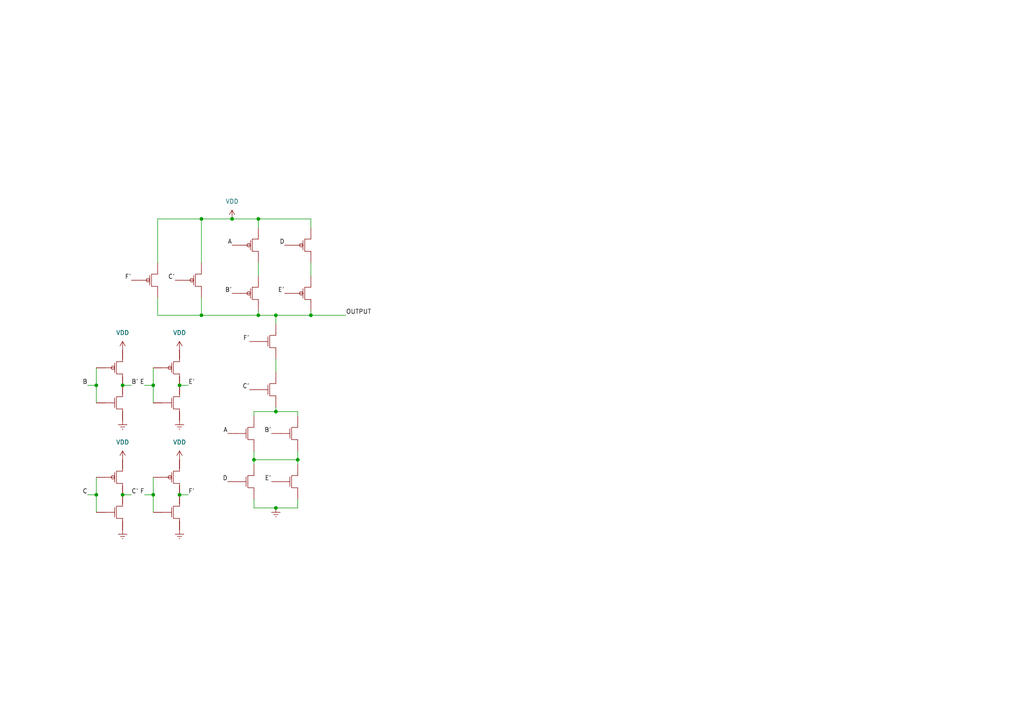
<source format=kicad_sch>
(kicad_sch (version 20230121) (generator eeschema)
  (paper "A4")
  (lib_symbols
    (symbol "legacy_logic:NMOS" (pin_names (offset 0) hide)
      (symbol "NMOS_0_1"
        (polyline (pts (xy 0.254 0) (xy -2.54 0)))
        (polyline (pts (xy 0.254 1.397) (xy 0.254 -1.397)))
        (polyline (pts (xy 2.54 -2.54) (xy 2.54 -1.778)))
        (polyline (pts (xy 2.54 2.54) (xy 2.54 1.778)))
        (polyline (pts (xy 2.54 -1.778) (xy 0.762 -1.778) (xy 0.762 1.778) (xy 2.54 1.778)))
      )
      (symbol "NMOS_1_1"
        (pin passive line (at 2.54 5.08 270) (length 2.54) (name "D") (number ""))
        (pin input line (at -5.08 0 0) (length 2.54) (name "G") (number ""))
        (pin passive line (at 2.54 -5.08 90) (length 2.54) (name "S") (number ""))
      )
    )
    (symbol "legacy_logic:PMOS" (pin_names (offset 0) hide)
      (symbol "PMOS_0_1"
        (circle (center -0.254 0) (radius 0.508))
        (polyline (pts (xy 0.254 0) (xy -2.54 0)))
        (polyline (pts (xy 0.254 1.397) (xy 0.254 -1.397)))
        (polyline (pts (xy 2.54 -2.54) (xy 2.54 -1.778)))
        (polyline (pts (xy 2.54 2.54) (xy 2.54 1.778)))
        (polyline (pts (xy 2.54 -1.778) (xy 0.762 -1.778) (xy 0.762 1.778) (xy 2.54 1.778)))
      )
      (symbol "PMOS_1_1"
        (pin passive line (at 2.54 5.08 270) (length 2.54) (name "D") (number ""))
        (pin input line (at -5.08 0 0) (length 2.54) (name "G") (number ""))
        (pin passive line (at 2.54 -5.08 90) (length 2.54) (name "S") (number ""))
      )
    )
    (symbol "power:Earth" (power) (pin_names (offset 0))
      (symbol "Earth_0_1"
        (polyline (pts (xy -0.635 -1.905) (xy 0.635 -1.905)))
        (polyline (pts (xy -0.127 -2.54) (xy 0.127 -2.54)))
        (polyline (pts (xy 0 -1.27) (xy 0 0)))
        (polyline (pts (xy 1.27 -1.27) (xy -1.27 -1.27)))
      )
      (symbol "Earth_1_1"
        (pin power_in line (at 0 0 270) (length 0) hide (name "Earth") (number "1"))
      )
    )
    (symbol "power:VDD" (power) (pin_names (offset 0))
      (property "Value" "VDD" (at 0 3.81 0))
      (symbol "VDD_0_1"
        (polyline (pts (xy -0.762 1.27) (xy 0 2.54)))
        (polyline (pts (xy 0 0) (xy 0 2.54)))
        (polyline (pts (xy 0 2.54) (xy 0.762 1.27)))
      )
      (symbol "VDD_1_1"
        (pin power_in line (at 0 0 90) (length 0) hide (name "VDD") (number "1"))
      )
    )
  )
  (junction (at 74.93 91.44))
  (junction (at 80.01 91.44))
  (junction (at 35.56 143.51))
  (junction (at 44.45 143.51))
  (junction (at 58.42 91.44))
  (junction (at 44.45 111.76))
  (junction (at 52.07 143.51))
  (junction (at 74.93 63.5))
  (junction (at 90.17 91.44))
  (junction (at 52.07 111.76))
  (junction (at 27.94 143.51))
  (junction (at 35.56 111.76))
  (junction (at 58.42 63.5))
  (junction (at 73.66 133.35))
  (junction (at 27.94 111.76))
  (junction (at 80.01 119.38))
  (junction (at 67.31 63.5))
  (junction (at 86.36 133.35))
  (junction (at 80.01 147.32))
  (wire (pts (xy 74.93 63.5) (xy 90.17 63.5)))
  (wire (pts (xy 44.45 111.76) (xy 44.45 116.84)))
  (wire (pts (xy 35.56 143.51) (xy 38.1 143.51)))
  (wire (pts (xy 90.17 63.5) (xy 90.17 66.04)))
  (wire (pts (xy 80.01 104.14) (xy 80.01 107.95)))
  (wire (pts (xy 73.66 120.65) (xy 73.66 119.38)))
  (wire (pts (xy 73.66 119.38) (xy 80.01 119.38)))
  (wire (pts (xy 58.42 86.36) (xy 58.42 91.44)))
  (wire (pts (xy 73.66 147.32) (xy 80.01 147.32)))
  (wire (pts (xy 74.93 91.44) (xy 80.01 91.44)))
  (wire (pts (xy 86.36 130.81) (xy 86.36 133.35)))
  (wire (pts (xy 90.17 76.2) (xy 90.17 80.01)))
  (wire (pts (xy 90.17 91.44) (xy 90.17 90.17)))
  (wire (pts (xy 58.42 63.5) (xy 58.42 76.2)))
  (wire (pts (xy 44.45 138.43) (xy 44.45 143.51)))
  (wire (pts (xy 80.01 147.32) (xy 86.36 147.32)))
  (wire (pts (xy 35.56 111.76) (xy 38.1 111.76)))
  (wire (pts (xy 86.36 147.32) (xy 86.36 144.78)))
  (wire (pts (xy 27.94 106.68) (xy 27.94 111.76)))
  (wire (pts (xy 45.72 91.44) (xy 58.42 91.44)))
  (wire (pts (xy 45.72 63.5) (xy 58.42 63.5)))
  (wire (pts (xy 25.4 143.51) (xy 27.94 143.51)))
  (wire (pts (xy 74.93 63.5) (xy 74.93 66.04)))
  (wire (pts (xy 58.42 63.5) (xy 67.31 63.5)))
  (wire (pts (xy 74.93 90.17) (xy 74.93 91.44)))
  (wire (pts (xy 25.4 111.76) (xy 27.94 111.76)))
  (wire (pts (xy 73.66 133.35) (xy 73.66 134.62)))
  (wire (pts (xy 86.36 119.38) (xy 86.36 120.65)))
  (wire (pts (xy 80.01 118.11) (xy 80.01 119.38)))
  (wire (pts (xy 45.72 86.36) (xy 45.72 91.44)))
  (wire (pts (xy 67.31 63.5) (xy 74.93 63.5)))
  (wire (pts (xy 73.66 130.81) (xy 73.66 133.35)))
  (wire (pts (xy 73.66 133.35) (xy 86.36 133.35)))
  (wire (pts (xy 80.01 119.38) (xy 86.36 119.38)))
  (wire (pts (xy 58.42 91.44) (xy 74.93 91.44)))
  (wire (pts (xy 52.07 143.51) (xy 54.61 143.51)))
  (wire (pts (xy 44.45 106.68) (xy 44.45 111.76)))
  (wire (pts (xy 80.01 91.44) (xy 90.17 91.44)))
  (wire (pts (xy 41.91 111.76) (xy 44.45 111.76)))
  (wire (pts (xy 90.17 91.44) (xy 100.33 91.44)))
  (wire (pts (xy 44.45 143.51) (xy 44.45 148.59)))
  (wire (pts (xy 80.01 91.44) (xy 80.01 93.98)))
  (wire (pts (xy 74.93 76.2) (xy 74.93 80.01)))
  (wire (pts (xy 27.94 111.76) (xy 27.94 116.84)))
  (wire (pts (xy 41.91 143.51) (xy 44.45 143.51)))
  (wire (pts (xy 86.36 133.35) (xy 86.36 134.62)))
  (wire (pts (xy 73.66 144.78) (xy 73.66 147.32)))
  (wire (pts (xy 27.94 143.51) (xy 27.94 148.59)))
  (wire (pts (xy 52.07 111.76) (xy 54.61 111.76)))
  (wire (pts (xy 27.94 138.43) (xy 27.94 143.51)))
  (wire (pts (xy 45.72 76.2) (xy 45.72 63.5)))
  (label "E'" (at 78.74 139.7 180))
  (label "C'" (at 38.1 143.51 0))
  (label "D" (at 82.55 71.12 180))
  (label "F'" (at 38.1 81.28 180))
  (label "C" (at 25.4 143.51 180))
  (label "C'" (at 72.39 113.03 180))
  (label "E'" (at 82.55 85.09 180))
  (label "OUTPUT" (at 100.33 91.44 0))
  (label "D" (at 66.04 139.7 180))
  (label "F" (at 41.91 143.51 180))
  (label "E'" (at 54.61 111.76 0))
  (label "B'" (at 78.74 125.73 180))
  (label "F'" (at 54.61 143.51 0))
  (label "A" (at 67.31 71.12 180))
  (label "B'" (at 67.31 85.09 180))
  (label "C'" (at 50.8 81.28 180))
  (label "B'" (at 38.1 111.76 0))
  (label "A" (at 66.04 125.73 180))
  (label "B" (at 25.4 111.76 180))
  (label "F'" (at 72.39 99.06 180))
  (label "E" (at 41.91 111.76 180))
  (symbol (lib_id "legacy_logic:PMOS") (at 87.63 71.12 0) (unit 1)
    (property "Reference" "Q13" (effects hide))
    (property "Value" "NMOS" (effects hide))
  )
  (symbol (lib_id "power:VDD") (at 35.56 101.6 0) (unit 1)
    (property "Reference" "#PWR063" (effects hide))
    (property "Value" "VDD" (at 35.56 96.52 0))
  )
  (symbol (lib_id "legacy_logic:PMOS") (at 33.02 138.43 0) (unit 1)
    (property "Reference" "Q22" (effects hide))
    (property "Value" "NMOS" (effects hide))
  )
  (symbol (lib_id "legacy_logic:NMOS") (at 83.82 139.7 0) (unit 1)
    (property "Reference" "Q8" (effects hide))
    (property "Value" "NMOS" (effects hide))
  )
  (symbol (lib_id "power:Earth") (at 52.07 121.92 0) (unit 1)
    (property "Reference" "#PWR065" (effects hide))
    (property "Value" "Earth" (effects hide))
  )
  (symbol (lib_id "legacy_logic:NMOS") (at 77.47 99.06 0) (unit 1)
    (property "Reference" "Q9" (effects hide))
    (property "Value" "NMOS" (effects hide))
  )
  (symbol (lib_id "legacy_logic:PMOS") (at 55.88 81.28 0) (unit 1)
    (property "Reference" "Q10" (effects hide))
    (property "Value" "NMOS" (effects hide))
  )
  (symbol (lib_id "legacy_logic:NMOS") (at 33.02 148.59 0) (unit 1)
    (property "Reference" "Q23" (effects hide))
    (property "Value" "NMOS" (effects hide))
  )
  (symbol (lib_id "power:VDD") (at 52.07 101.6 0) (unit 1)
    (property "Reference" "#PWR064" (effects hide))
    (property "Value" "VDD" (at 52.07 96.52 0))
  )
  (symbol (lib_id "legacy_logic:NMOS") (at 71.12 125.73 0) (unit 1)
    (property "Reference" "Q4" (effects hide))
    (property "Value" "NMOS" (effects hide))
  )
  (symbol (lib_id "power:Earth") (at 80.01 147.32 0) (unit 1)
    (property "Reference" "#PWR059" (effects hide))
    (property "Value" "Earth" (effects hide))
  )
  (symbol (lib_id "legacy_logic:NMOS") (at 49.53 116.84 0) (unit 1)
    (property "Reference" "Q19" (effects hide))
    (property "Value" "NMOS" (effects hide))
  )
  (symbol (lib_id "power:Earth") (at 35.56 153.67 0) (unit 1)
    (property "Reference" "#PWR069" (effects hide))
    (property "Value" "Earth" (effects hide))
  )
  (symbol (lib_id "power:Earth") (at 52.07 153.67 0) (unit 1)
    (property "Reference" "#PWR067" (effects hide))
    (property "Value" "Earth" (effects hide))
  )
  (symbol (lib_id "power:VDD") (at 67.31 63.5 0) (unit 1)
    (property "Reference" "#PWR061" (effects hide))
    (property "Value" "VDD" (at 67.31 58.42 0))
  )
  (symbol (lib_id "legacy_logic:NMOS") (at 33.02 116.84 0) (unit 1)
    (property "Reference" "Q17" (effects hide))
    (property "Value" "NMOS" (effects hide))
  )
  (symbol (lib_id "legacy_logic:PMOS") (at 49.53 138.43 0) (unit 1)
    (property "Reference" "Q20" (effects hide))
    (property "Value" "NMOS" (effects hide))
  )
  (symbol (lib_id "legacy_logic:PMOS") (at 87.63 85.09 0) (unit 1)
    (property "Reference" "Q14" (effects hide))
    (property "Value" "NMOS" (effects hide))
  )
  (symbol (lib_id "legacy_logic:PMOS") (at 49.53 106.68 0) (unit 1)
    (property "Reference" "Q18" (effects hide))
    (property "Value" "NMOS" (effects hide))
  )
  (symbol (lib_id "legacy_logic:NMOS") (at 49.53 148.59 0) (unit 1)
    (property "Reference" "Q21" (effects hide))
    (property "Value" "NMOS" (effects hide))
  )
  (symbol (lib_id "legacy_logic:PMOS") (at 43.18 81.28 0) (unit 1)
    (property "Reference" "Q16" (effects hide))
    (property "Value" "NMOS" (effects hide))
  )
  (symbol (lib_id "power:VDD") (at 35.56 133.35 0) (unit 1)
    (property "Reference" "#PWR068" (effects hide))
    (property "Value" "VDD" (at 35.56 128.27 0))
  )
  (symbol (lib_id "legacy_logic:PMOS") (at 33.02 106.68 0) (unit 1)
    (property "Reference" "Q15" (effects hide))
    (property "Value" "NMOS" (effects hide))
  )
  (symbol (lib_id "legacy_logic:NMOS") (at 83.82 125.73 0) (unit 1)
    (property "Reference" "Q5" (effects hide))
    (property "Value" "NMOS" (effects hide))
  )
  (symbol (lib_id "legacy_logic:PMOS") (at 72.39 71.12 0) (unit 1)
    (property "Reference" "Q11" (effects hide))
    (property "Value" "NMOS" (effects hide))
  )
  (symbol (lib_id "power:VDD") (at 52.07 133.35 0) (unit 1)
    (property "Reference" "#PWR066" (effects hide))
    (property "Value" "VDD" (at 52.07 128.27 0))
  )
  (symbol (lib_id "legacy_logic:NMOS") (at 71.12 139.7 0) (unit 1)
    (property "Reference" "Q7" (effects hide))
    (property "Value" "NMOS" (effects hide))
  )
  (symbol (lib_id "legacy_logic:NMOS") (at 77.47 113.03 0) (unit 1)
    (property "Reference" "Q6" (effects hide))
    (property "Value" "NMOS" (effects hide))
  )
  (symbol (lib_id "power:Earth") (at 35.56 121.92 0) (unit 1)
    (property "Reference" "#PWR062" (effects hide))
    (property "Value" "Earth" (effects hide))
  )
  (symbol (lib_id "legacy_logic:PMOS") (at 72.39 85.09 0) (unit 1)
    (property "Reference" "Q12" (effects hide))
    (property "Value" "NMOS" (effects hide))
  )
)
</source>
